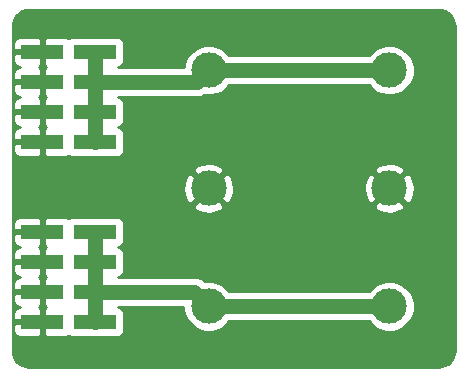
<source format=gbl>
%TF.GenerationSoftware,KiCad,Pcbnew,(5.1.8-0-10_14)*%
%TF.CreationDate,2021-06-26T19:18:40+01:00*%
%TF.ProjectId,breadboard-power-distrib,62726561-6462-46f6-9172-642d706f7765,v01*%
%TF.SameCoordinates,Original*%
%TF.FileFunction,Copper,L2,Bot*%
%TF.FilePolarity,Positive*%
%FSLAX46Y46*%
G04 Gerber Fmt 4.6, Leading zero omitted, Abs format (unit mm)*
G04 Created by KiCad (PCBNEW (5.1.8-0-10_14)) date 2021-06-26 19:18:40*
%MOMM*%
%LPD*%
G01*
G04 APERTURE LIST*
%TA.AperFunction,ComponentPad*%
%ADD10C,3.000000*%
%TD*%
%TA.AperFunction,SMDPad,CuDef*%
%ADD11R,3.680000X1.280000*%
%TD*%
%TA.AperFunction,Conductor*%
%ADD12C,1.270000*%
%TD*%
%TA.AperFunction,Conductor*%
%ADD13C,0.254000*%
%TD*%
%TA.AperFunction,Conductor*%
%ADD14C,0.100000*%
%TD*%
G04 APERTURE END LIST*
D10*
%TO.P,J3,1*%
%TO.N,Net-(J1-Pad5)*%
X97250000Y-62500000D03*
X112550000Y-62500000D03*
%TD*%
%TO.P,J4,1*%
%TO.N,Net-(J1-Pad1)*%
X97250000Y-72500000D03*
X112550000Y-72500000D03*
%TD*%
%TO.P,J5,1*%
%TO.N,Net-(J2-Pad5)*%
X97250000Y-82500000D03*
X112550000Y-82500000D03*
%TD*%
D11*
%TO.P,J1,1*%
%TO.N,Net-(J1-Pad1)*%
X83185000Y-60960000D03*
%TO.P,J1,2*%
X83185000Y-63500000D03*
%TO.P,J1,3*%
X83185000Y-66040000D03*
%TO.P,J1,4*%
X83185000Y-68580000D03*
%TO.P,J1,5*%
%TO.N,Net-(J1-Pad5)*%
X87625000Y-60960000D03*
%TO.P,J1,6*%
X87625000Y-63500000D03*
%TO.P,J1,7*%
X87625000Y-66040000D03*
%TO.P,J1,8*%
X87625000Y-68580000D03*
%TD*%
%TO.P,J2,8*%
%TO.N,Net-(J2-Pad5)*%
X87625000Y-83820000D03*
%TO.P,J2,7*%
X87625000Y-81280000D03*
%TO.P,J2,6*%
X87625000Y-78740000D03*
%TO.P,J2,5*%
X87625000Y-76200000D03*
%TO.P,J2,4*%
%TO.N,Net-(J1-Pad1)*%
X83185000Y-83820000D03*
%TO.P,J2,3*%
X83185000Y-81280000D03*
%TO.P,J2,2*%
X83185000Y-78740000D03*
%TO.P,J2,1*%
X83185000Y-76200000D03*
%TD*%
D12*
%TO.N,Net-(J1-Pad5)*%
X112550000Y-62500000D02*
X97250000Y-62500000D01*
X87625000Y-60960000D02*
X87625000Y-68580000D01*
X96250000Y-63500000D02*
X97250000Y-62500000D01*
X87625000Y-63500000D02*
X96250000Y-63500000D01*
%TO.N,Net-(J2-Pad5)*%
X87625000Y-83820000D02*
X87625000Y-76200000D01*
X112550000Y-82500000D02*
X97250000Y-82500000D01*
X96030000Y-81280000D02*
X97250000Y-82500000D01*
X87625000Y-81280000D02*
X96030000Y-81280000D01*
%TD*%
D13*
%TO.N,Net-(J1-Pad1)*%
X117009659Y-57438625D02*
X117259429Y-57514035D01*
X117489792Y-57636522D01*
X117691980Y-57801422D01*
X117858286Y-58002450D01*
X117982378Y-58231954D01*
X118059531Y-58481195D01*
X118090000Y-58771089D01*
X118090001Y-86217711D01*
X118061375Y-86509660D01*
X117985965Y-86759429D01*
X117863477Y-86989794D01*
X117698579Y-87191979D01*
X117497546Y-87358288D01*
X117268046Y-87482378D01*
X117018805Y-87559531D01*
X116728911Y-87590000D01*
X82032279Y-87590000D01*
X81740340Y-87561375D01*
X81490571Y-87485965D01*
X81260206Y-87363477D01*
X81058021Y-87198579D01*
X80891712Y-86997546D01*
X80767622Y-86768046D01*
X80690469Y-86518805D01*
X80660000Y-86228911D01*
X80660000Y-84460000D01*
X80706928Y-84460000D01*
X80719188Y-84584482D01*
X80755498Y-84704180D01*
X80814463Y-84814494D01*
X80893815Y-84911185D01*
X80990506Y-84990537D01*
X81100820Y-85049502D01*
X81220518Y-85085812D01*
X81345000Y-85098072D01*
X82899250Y-85095000D01*
X83058000Y-84936250D01*
X83058000Y-83947000D01*
X80868750Y-83947000D01*
X80710000Y-84105750D01*
X80706928Y-84460000D01*
X80660000Y-84460000D01*
X80660000Y-81920000D01*
X80706928Y-81920000D01*
X80719188Y-82044482D01*
X80755498Y-82164180D01*
X80814463Y-82274494D01*
X80893815Y-82371185D01*
X80990506Y-82450537D01*
X81100820Y-82509502D01*
X81220518Y-82545812D01*
X81263041Y-82550000D01*
X81220518Y-82554188D01*
X81100820Y-82590498D01*
X80990506Y-82649463D01*
X80893815Y-82728815D01*
X80814463Y-82825506D01*
X80755498Y-82935820D01*
X80719188Y-83055518D01*
X80706928Y-83180000D01*
X80710000Y-83534250D01*
X80868750Y-83693000D01*
X83058000Y-83693000D01*
X83058000Y-82703750D01*
X82904250Y-82550000D01*
X83058000Y-82396250D01*
X83058000Y-81407000D01*
X80868750Y-81407000D01*
X80710000Y-81565750D01*
X80706928Y-81920000D01*
X80660000Y-81920000D01*
X80660000Y-79380000D01*
X80706928Y-79380000D01*
X80719188Y-79504482D01*
X80755498Y-79624180D01*
X80814463Y-79734494D01*
X80893815Y-79831185D01*
X80990506Y-79910537D01*
X81100820Y-79969502D01*
X81220518Y-80005812D01*
X81263041Y-80010000D01*
X81220518Y-80014188D01*
X81100820Y-80050498D01*
X80990506Y-80109463D01*
X80893815Y-80188815D01*
X80814463Y-80285506D01*
X80755498Y-80395820D01*
X80719188Y-80515518D01*
X80706928Y-80640000D01*
X80710000Y-80994250D01*
X80868750Y-81153000D01*
X83058000Y-81153000D01*
X83058000Y-80163750D01*
X82904250Y-80010000D01*
X83058000Y-79856250D01*
X83058000Y-78867000D01*
X80868750Y-78867000D01*
X80710000Y-79025750D01*
X80706928Y-79380000D01*
X80660000Y-79380000D01*
X80660000Y-76840000D01*
X80706928Y-76840000D01*
X80719188Y-76964482D01*
X80755498Y-77084180D01*
X80814463Y-77194494D01*
X80893815Y-77291185D01*
X80990506Y-77370537D01*
X81100820Y-77429502D01*
X81220518Y-77465812D01*
X81263041Y-77470000D01*
X81220518Y-77474188D01*
X81100820Y-77510498D01*
X80990506Y-77569463D01*
X80893815Y-77648815D01*
X80814463Y-77745506D01*
X80755498Y-77855820D01*
X80719188Y-77975518D01*
X80706928Y-78100000D01*
X80710000Y-78454250D01*
X80868750Y-78613000D01*
X83058000Y-78613000D01*
X83058000Y-77623750D01*
X82904250Y-77470000D01*
X83058000Y-77316250D01*
X83058000Y-76327000D01*
X80868750Y-76327000D01*
X80710000Y-76485750D01*
X80706928Y-76840000D01*
X80660000Y-76840000D01*
X80660000Y-75560000D01*
X80706928Y-75560000D01*
X80710000Y-75914250D01*
X80868750Y-76073000D01*
X83058000Y-76073000D01*
X83058000Y-75083750D01*
X83312000Y-75083750D01*
X83312000Y-76073000D01*
X83332000Y-76073000D01*
X83332000Y-76327000D01*
X83312000Y-76327000D01*
X83312000Y-77316250D01*
X83465750Y-77470000D01*
X83312000Y-77623750D01*
X83312000Y-78613000D01*
X83332000Y-78613000D01*
X83332000Y-78867000D01*
X83312000Y-78867000D01*
X83312000Y-79856250D01*
X83465750Y-80010000D01*
X83312000Y-80163750D01*
X83312000Y-81153000D01*
X83332000Y-81153000D01*
X83332000Y-81407000D01*
X83312000Y-81407000D01*
X83312000Y-82396250D01*
X83465750Y-82550000D01*
X83312000Y-82703750D01*
X83312000Y-83693000D01*
X83332000Y-83693000D01*
X83332000Y-83947000D01*
X83312000Y-83947000D01*
X83312000Y-84936250D01*
X83470750Y-85095000D01*
X85025000Y-85098072D01*
X85149482Y-85085812D01*
X85269180Y-85049502D01*
X85379494Y-84990537D01*
X85405000Y-84969605D01*
X85430506Y-84990537D01*
X85540820Y-85049502D01*
X85660518Y-85085812D01*
X85785000Y-85098072D01*
X89465000Y-85098072D01*
X89589482Y-85085812D01*
X89709180Y-85049502D01*
X89819494Y-84990537D01*
X89916185Y-84911185D01*
X89995537Y-84814494D01*
X90054502Y-84704180D01*
X90090812Y-84584482D01*
X90103072Y-84460000D01*
X90103072Y-83180000D01*
X90090812Y-83055518D01*
X90054502Y-82935820D01*
X89995537Y-82825506D01*
X89916185Y-82728815D01*
X89819494Y-82649463D01*
X89709180Y-82590498D01*
X89589482Y-82554188D01*
X89546959Y-82550000D01*
X95115000Y-82550000D01*
X95115000Y-82710279D01*
X95197047Y-83122756D01*
X95357988Y-83511302D01*
X95591637Y-83860983D01*
X95889017Y-84158363D01*
X96238698Y-84392012D01*
X96627244Y-84552953D01*
X97039721Y-84635000D01*
X97460279Y-84635000D01*
X97872756Y-84552953D01*
X98261302Y-84392012D01*
X98610983Y-84158363D01*
X98908363Y-83860983D01*
X98969156Y-83770000D01*
X110830844Y-83770000D01*
X110891637Y-83860983D01*
X111189017Y-84158363D01*
X111538698Y-84392012D01*
X111927244Y-84552953D01*
X112339721Y-84635000D01*
X112760279Y-84635000D01*
X113172756Y-84552953D01*
X113561302Y-84392012D01*
X113910983Y-84158363D01*
X114208363Y-83860983D01*
X114442012Y-83511302D01*
X114602953Y-83122756D01*
X114685000Y-82710279D01*
X114685000Y-82289721D01*
X114602953Y-81877244D01*
X114442012Y-81488698D01*
X114208363Y-81139017D01*
X113910983Y-80841637D01*
X113561302Y-80607988D01*
X113172756Y-80447047D01*
X112760279Y-80365000D01*
X112339721Y-80365000D01*
X111927244Y-80447047D01*
X111538698Y-80607988D01*
X111189017Y-80841637D01*
X110891637Y-81139017D01*
X110830844Y-81230000D01*
X98969156Y-81230000D01*
X98908363Y-81139017D01*
X98610983Y-80841637D01*
X98261302Y-80607988D01*
X97872756Y-80447047D01*
X97460279Y-80365000D01*
X97039721Y-80365000D01*
X96938525Y-80385129D01*
X96932370Y-80377630D01*
X96738988Y-80218925D01*
X96518359Y-80100997D01*
X96278963Y-80028377D01*
X96092380Y-80010000D01*
X96092373Y-80010000D01*
X96030000Y-80003857D01*
X95967627Y-80010000D01*
X89546959Y-80010000D01*
X89589482Y-80005812D01*
X89709180Y-79969502D01*
X89819494Y-79910537D01*
X89916185Y-79831185D01*
X89995537Y-79734494D01*
X90054502Y-79624180D01*
X90090812Y-79504482D01*
X90103072Y-79380000D01*
X90103072Y-78100000D01*
X90090812Y-77975518D01*
X90054502Y-77855820D01*
X89995537Y-77745506D01*
X89916185Y-77648815D01*
X89819494Y-77569463D01*
X89709180Y-77510498D01*
X89589482Y-77474188D01*
X89546959Y-77470000D01*
X89589482Y-77465812D01*
X89709180Y-77429502D01*
X89819494Y-77370537D01*
X89916185Y-77291185D01*
X89995537Y-77194494D01*
X90054502Y-77084180D01*
X90090812Y-76964482D01*
X90103072Y-76840000D01*
X90103072Y-75560000D01*
X90090812Y-75435518D01*
X90054502Y-75315820D01*
X89995537Y-75205506D01*
X89916185Y-75108815D01*
X89819494Y-75029463D01*
X89709180Y-74970498D01*
X89589482Y-74934188D01*
X89465000Y-74921928D01*
X85785000Y-74921928D01*
X85660518Y-74934188D01*
X85540820Y-74970498D01*
X85430506Y-75029463D01*
X85405000Y-75050395D01*
X85379494Y-75029463D01*
X85269180Y-74970498D01*
X85149482Y-74934188D01*
X85025000Y-74921928D01*
X83470750Y-74925000D01*
X83312000Y-75083750D01*
X83058000Y-75083750D01*
X82899250Y-74925000D01*
X81345000Y-74921928D01*
X81220518Y-74934188D01*
X81100820Y-74970498D01*
X80990506Y-75029463D01*
X80893815Y-75108815D01*
X80814463Y-75205506D01*
X80755498Y-75315820D01*
X80719188Y-75435518D01*
X80706928Y-75560000D01*
X80660000Y-75560000D01*
X80660000Y-73991653D01*
X95937952Y-73991653D01*
X96093962Y-74307214D01*
X96468745Y-74498020D01*
X96873551Y-74612044D01*
X97292824Y-74644902D01*
X97710451Y-74595334D01*
X98110383Y-74465243D01*
X98406038Y-74307214D01*
X98562048Y-73991653D01*
X111237952Y-73991653D01*
X111393962Y-74307214D01*
X111768745Y-74498020D01*
X112173551Y-74612044D01*
X112592824Y-74644902D01*
X113010451Y-74595334D01*
X113410383Y-74465243D01*
X113706038Y-74307214D01*
X113862048Y-73991653D01*
X112550000Y-72679605D01*
X111237952Y-73991653D01*
X98562048Y-73991653D01*
X97250000Y-72679605D01*
X95937952Y-73991653D01*
X80660000Y-73991653D01*
X80660000Y-72542824D01*
X95105098Y-72542824D01*
X95154666Y-72960451D01*
X95284757Y-73360383D01*
X95442786Y-73656038D01*
X95758347Y-73812048D01*
X97070395Y-72500000D01*
X97429605Y-72500000D01*
X98741653Y-73812048D01*
X99057214Y-73656038D01*
X99248020Y-73281255D01*
X99362044Y-72876449D01*
X99388189Y-72542824D01*
X110405098Y-72542824D01*
X110454666Y-72960451D01*
X110584757Y-73360383D01*
X110742786Y-73656038D01*
X111058347Y-73812048D01*
X112370395Y-72500000D01*
X112729605Y-72500000D01*
X114041653Y-73812048D01*
X114357214Y-73656038D01*
X114548020Y-73281255D01*
X114662044Y-72876449D01*
X114694902Y-72457176D01*
X114645334Y-72039549D01*
X114515243Y-71639617D01*
X114357214Y-71343962D01*
X114041653Y-71187952D01*
X112729605Y-72500000D01*
X112370395Y-72500000D01*
X111058347Y-71187952D01*
X110742786Y-71343962D01*
X110551980Y-71718745D01*
X110437956Y-72123551D01*
X110405098Y-72542824D01*
X99388189Y-72542824D01*
X99394902Y-72457176D01*
X99345334Y-72039549D01*
X99215243Y-71639617D01*
X99057214Y-71343962D01*
X98741653Y-71187952D01*
X97429605Y-72500000D01*
X97070395Y-72500000D01*
X95758347Y-71187952D01*
X95442786Y-71343962D01*
X95251980Y-71718745D01*
X95137956Y-72123551D01*
X95105098Y-72542824D01*
X80660000Y-72542824D01*
X80660000Y-71008347D01*
X95937952Y-71008347D01*
X97250000Y-72320395D01*
X98562048Y-71008347D01*
X111237952Y-71008347D01*
X112550000Y-72320395D01*
X113862048Y-71008347D01*
X113706038Y-70692786D01*
X113331255Y-70501980D01*
X112926449Y-70387956D01*
X112507176Y-70355098D01*
X112089549Y-70404666D01*
X111689617Y-70534757D01*
X111393962Y-70692786D01*
X111237952Y-71008347D01*
X98562048Y-71008347D01*
X98406038Y-70692786D01*
X98031255Y-70501980D01*
X97626449Y-70387956D01*
X97207176Y-70355098D01*
X96789549Y-70404666D01*
X96389617Y-70534757D01*
X96093962Y-70692786D01*
X95937952Y-71008347D01*
X80660000Y-71008347D01*
X80660000Y-69220000D01*
X80706928Y-69220000D01*
X80719188Y-69344482D01*
X80755498Y-69464180D01*
X80814463Y-69574494D01*
X80893815Y-69671185D01*
X80990506Y-69750537D01*
X81100820Y-69809502D01*
X81220518Y-69845812D01*
X81345000Y-69858072D01*
X82899250Y-69855000D01*
X83058000Y-69696250D01*
X83058000Y-68707000D01*
X80868750Y-68707000D01*
X80710000Y-68865750D01*
X80706928Y-69220000D01*
X80660000Y-69220000D01*
X80660000Y-66680000D01*
X80706928Y-66680000D01*
X80719188Y-66804482D01*
X80755498Y-66924180D01*
X80814463Y-67034494D01*
X80893815Y-67131185D01*
X80990506Y-67210537D01*
X81100820Y-67269502D01*
X81220518Y-67305812D01*
X81263041Y-67310000D01*
X81220518Y-67314188D01*
X81100820Y-67350498D01*
X80990506Y-67409463D01*
X80893815Y-67488815D01*
X80814463Y-67585506D01*
X80755498Y-67695820D01*
X80719188Y-67815518D01*
X80706928Y-67940000D01*
X80710000Y-68294250D01*
X80868750Y-68453000D01*
X83058000Y-68453000D01*
X83058000Y-67463750D01*
X82904250Y-67310000D01*
X83058000Y-67156250D01*
X83058000Y-66167000D01*
X80868750Y-66167000D01*
X80710000Y-66325750D01*
X80706928Y-66680000D01*
X80660000Y-66680000D01*
X80660000Y-64140000D01*
X80706928Y-64140000D01*
X80719188Y-64264482D01*
X80755498Y-64384180D01*
X80814463Y-64494494D01*
X80893815Y-64591185D01*
X80990506Y-64670537D01*
X81100820Y-64729502D01*
X81220518Y-64765812D01*
X81263041Y-64770000D01*
X81220518Y-64774188D01*
X81100820Y-64810498D01*
X80990506Y-64869463D01*
X80893815Y-64948815D01*
X80814463Y-65045506D01*
X80755498Y-65155820D01*
X80719188Y-65275518D01*
X80706928Y-65400000D01*
X80710000Y-65754250D01*
X80868750Y-65913000D01*
X83058000Y-65913000D01*
X83058000Y-64923750D01*
X82904250Y-64770000D01*
X83058000Y-64616250D01*
X83058000Y-63627000D01*
X80868750Y-63627000D01*
X80710000Y-63785750D01*
X80706928Y-64140000D01*
X80660000Y-64140000D01*
X80660000Y-61600000D01*
X80706928Y-61600000D01*
X80719188Y-61724482D01*
X80755498Y-61844180D01*
X80814463Y-61954494D01*
X80893815Y-62051185D01*
X80990506Y-62130537D01*
X81100820Y-62189502D01*
X81220518Y-62225812D01*
X81263041Y-62230000D01*
X81220518Y-62234188D01*
X81100820Y-62270498D01*
X80990506Y-62329463D01*
X80893815Y-62408815D01*
X80814463Y-62505506D01*
X80755498Y-62615820D01*
X80719188Y-62735518D01*
X80706928Y-62860000D01*
X80710000Y-63214250D01*
X80868750Y-63373000D01*
X83058000Y-63373000D01*
X83058000Y-62383750D01*
X82904250Y-62230000D01*
X83058000Y-62076250D01*
X83058000Y-61087000D01*
X80868750Y-61087000D01*
X80710000Y-61245750D01*
X80706928Y-61600000D01*
X80660000Y-61600000D01*
X80660000Y-60320000D01*
X80706928Y-60320000D01*
X80710000Y-60674250D01*
X80868750Y-60833000D01*
X83058000Y-60833000D01*
X83058000Y-59843750D01*
X83312000Y-59843750D01*
X83312000Y-60833000D01*
X83332000Y-60833000D01*
X83332000Y-61087000D01*
X83312000Y-61087000D01*
X83312000Y-62076250D01*
X83465750Y-62230000D01*
X83312000Y-62383750D01*
X83312000Y-63373000D01*
X83332000Y-63373000D01*
X83332000Y-63627000D01*
X83312000Y-63627000D01*
X83312000Y-64616250D01*
X83465750Y-64770000D01*
X83312000Y-64923750D01*
X83312000Y-65913000D01*
X83332000Y-65913000D01*
X83332000Y-66167000D01*
X83312000Y-66167000D01*
X83312000Y-67156250D01*
X83465750Y-67310000D01*
X83312000Y-67463750D01*
X83312000Y-68453000D01*
X83332000Y-68453000D01*
X83332000Y-68707000D01*
X83312000Y-68707000D01*
X83312000Y-69696250D01*
X83470750Y-69855000D01*
X85025000Y-69858072D01*
X85149482Y-69845812D01*
X85269180Y-69809502D01*
X85379494Y-69750537D01*
X85405000Y-69729605D01*
X85430506Y-69750537D01*
X85540820Y-69809502D01*
X85660518Y-69845812D01*
X85785000Y-69858072D01*
X89465000Y-69858072D01*
X89589482Y-69845812D01*
X89709180Y-69809502D01*
X89819494Y-69750537D01*
X89916185Y-69671185D01*
X89995537Y-69574494D01*
X90054502Y-69464180D01*
X90090812Y-69344482D01*
X90103072Y-69220000D01*
X90103072Y-67940000D01*
X90090812Y-67815518D01*
X90054502Y-67695820D01*
X89995537Y-67585506D01*
X89916185Y-67488815D01*
X89819494Y-67409463D01*
X89709180Y-67350498D01*
X89589482Y-67314188D01*
X89546959Y-67310000D01*
X89589482Y-67305812D01*
X89709180Y-67269502D01*
X89819494Y-67210537D01*
X89916185Y-67131185D01*
X89995537Y-67034494D01*
X90054502Y-66924180D01*
X90090812Y-66804482D01*
X90103072Y-66680000D01*
X90103072Y-65400000D01*
X90090812Y-65275518D01*
X90054502Y-65155820D01*
X89995537Y-65045506D01*
X89916185Y-64948815D01*
X89819494Y-64869463D01*
X89709180Y-64810498D01*
X89589482Y-64774188D01*
X89546959Y-64770000D01*
X96187627Y-64770000D01*
X96250000Y-64776143D01*
X96312373Y-64770000D01*
X96312380Y-64770000D01*
X96498963Y-64751623D01*
X96738359Y-64679003D01*
X96880089Y-64603247D01*
X97039721Y-64635000D01*
X97460279Y-64635000D01*
X97872756Y-64552953D01*
X98261302Y-64392012D01*
X98610983Y-64158363D01*
X98908363Y-63860983D01*
X98969156Y-63770000D01*
X110830844Y-63770000D01*
X110891637Y-63860983D01*
X111189017Y-64158363D01*
X111538698Y-64392012D01*
X111927244Y-64552953D01*
X112339721Y-64635000D01*
X112760279Y-64635000D01*
X113172756Y-64552953D01*
X113561302Y-64392012D01*
X113910983Y-64158363D01*
X114208363Y-63860983D01*
X114442012Y-63511302D01*
X114602953Y-63122756D01*
X114685000Y-62710279D01*
X114685000Y-62289721D01*
X114602953Y-61877244D01*
X114442012Y-61488698D01*
X114208363Y-61139017D01*
X113910983Y-60841637D01*
X113561302Y-60607988D01*
X113172756Y-60447047D01*
X112760279Y-60365000D01*
X112339721Y-60365000D01*
X111927244Y-60447047D01*
X111538698Y-60607988D01*
X111189017Y-60841637D01*
X110891637Y-61139017D01*
X110830844Y-61230000D01*
X98969156Y-61230000D01*
X98908363Y-61139017D01*
X98610983Y-60841637D01*
X98261302Y-60607988D01*
X97872756Y-60447047D01*
X97460279Y-60365000D01*
X97039721Y-60365000D01*
X96627244Y-60447047D01*
X96238698Y-60607988D01*
X95889017Y-60841637D01*
X95591637Y-61139017D01*
X95357988Y-61488698D01*
X95197047Y-61877244D01*
X95126879Y-62230000D01*
X89546959Y-62230000D01*
X89589482Y-62225812D01*
X89709180Y-62189502D01*
X89819494Y-62130537D01*
X89916185Y-62051185D01*
X89995537Y-61954494D01*
X90054502Y-61844180D01*
X90090812Y-61724482D01*
X90103072Y-61600000D01*
X90103072Y-60320000D01*
X90090812Y-60195518D01*
X90054502Y-60075820D01*
X89995537Y-59965506D01*
X89916185Y-59868815D01*
X89819494Y-59789463D01*
X89709180Y-59730498D01*
X89589482Y-59694188D01*
X89465000Y-59681928D01*
X85785000Y-59681928D01*
X85660518Y-59694188D01*
X85540820Y-59730498D01*
X85430506Y-59789463D01*
X85405000Y-59810395D01*
X85379494Y-59789463D01*
X85269180Y-59730498D01*
X85149482Y-59694188D01*
X85025000Y-59681928D01*
X83470750Y-59685000D01*
X83312000Y-59843750D01*
X83058000Y-59843750D01*
X82899250Y-59685000D01*
X81345000Y-59681928D01*
X81220518Y-59694188D01*
X81100820Y-59730498D01*
X80990506Y-59789463D01*
X80893815Y-59868815D01*
X80814463Y-59965506D01*
X80755498Y-60075820D01*
X80719188Y-60195518D01*
X80706928Y-60320000D01*
X80660000Y-60320000D01*
X80660000Y-58782279D01*
X80688625Y-58490341D01*
X80764035Y-58240571D01*
X80886522Y-58010208D01*
X81051422Y-57808020D01*
X81252450Y-57641714D01*
X81481954Y-57517622D01*
X81731195Y-57440469D01*
X82021088Y-57410000D01*
X116717721Y-57410000D01*
X117009659Y-57438625D01*
%TA.AperFunction,Conductor*%
D14*
G36*
X117009659Y-57438625D02*
G01*
X117259429Y-57514035D01*
X117489792Y-57636522D01*
X117691980Y-57801422D01*
X117858286Y-58002450D01*
X117982378Y-58231954D01*
X118059531Y-58481195D01*
X118090000Y-58771089D01*
X118090001Y-86217711D01*
X118061375Y-86509660D01*
X117985965Y-86759429D01*
X117863477Y-86989794D01*
X117698579Y-87191979D01*
X117497546Y-87358288D01*
X117268046Y-87482378D01*
X117018805Y-87559531D01*
X116728911Y-87590000D01*
X82032279Y-87590000D01*
X81740340Y-87561375D01*
X81490571Y-87485965D01*
X81260206Y-87363477D01*
X81058021Y-87198579D01*
X80891712Y-86997546D01*
X80767622Y-86768046D01*
X80690469Y-86518805D01*
X80660000Y-86228911D01*
X80660000Y-84460000D01*
X80706928Y-84460000D01*
X80719188Y-84584482D01*
X80755498Y-84704180D01*
X80814463Y-84814494D01*
X80893815Y-84911185D01*
X80990506Y-84990537D01*
X81100820Y-85049502D01*
X81220518Y-85085812D01*
X81345000Y-85098072D01*
X82899250Y-85095000D01*
X83058000Y-84936250D01*
X83058000Y-83947000D01*
X80868750Y-83947000D01*
X80710000Y-84105750D01*
X80706928Y-84460000D01*
X80660000Y-84460000D01*
X80660000Y-81920000D01*
X80706928Y-81920000D01*
X80719188Y-82044482D01*
X80755498Y-82164180D01*
X80814463Y-82274494D01*
X80893815Y-82371185D01*
X80990506Y-82450537D01*
X81100820Y-82509502D01*
X81220518Y-82545812D01*
X81263041Y-82550000D01*
X81220518Y-82554188D01*
X81100820Y-82590498D01*
X80990506Y-82649463D01*
X80893815Y-82728815D01*
X80814463Y-82825506D01*
X80755498Y-82935820D01*
X80719188Y-83055518D01*
X80706928Y-83180000D01*
X80710000Y-83534250D01*
X80868750Y-83693000D01*
X83058000Y-83693000D01*
X83058000Y-82703750D01*
X82904250Y-82550000D01*
X83058000Y-82396250D01*
X83058000Y-81407000D01*
X80868750Y-81407000D01*
X80710000Y-81565750D01*
X80706928Y-81920000D01*
X80660000Y-81920000D01*
X80660000Y-79380000D01*
X80706928Y-79380000D01*
X80719188Y-79504482D01*
X80755498Y-79624180D01*
X80814463Y-79734494D01*
X80893815Y-79831185D01*
X80990506Y-79910537D01*
X81100820Y-79969502D01*
X81220518Y-80005812D01*
X81263041Y-80010000D01*
X81220518Y-80014188D01*
X81100820Y-80050498D01*
X80990506Y-80109463D01*
X80893815Y-80188815D01*
X80814463Y-80285506D01*
X80755498Y-80395820D01*
X80719188Y-80515518D01*
X80706928Y-80640000D01*
X80710000Y-80994250D01*
X80868750Y-81153000D01*
X83058000Y-81153000D01*
X83058000Y-80163750D01*
X82904250Y-80010000D01*
X83058000Y-79856250D01*
X83058000Y-78867000D01*
X80868750Y-78867000D01*
X80710000Y-79025750D01*
X80706928Y-79380000D01*
X80660000Y-79380000D01*
X80660000Y-76840000D01*
X80706928Y-76840000D01*
X80719188Y-76964482D01*
X80755498Y-77084180D01*
X80814463Y-77194494D01*
X80893815Y-77291185D01*
X80990506Y-77370537D01*
X81100820Y-77429502D01*
X81220518Y-77465812D01*
X81263041Y-77470000D01*
X81220518Y-77474188D01*
X81100820Y-77510498D01*
X80990506Y-77569463D01*
X80893815Y-77648815D01*
X80814463Y-77745506D01*
X80755498Y-77855820D01*
X80719188Y-77975518D01*
X80706928Y-78100000D01*
X80710000Y-78454250D01*
X80868750Y-78613000D01*
X83058000Y-78613000D01*
X83058000Y-77623750D01*
X82904250Y-77470000D01*
X83058000Y-77316250D01*
X83058000Y-76327000D01*
X80868750Y-76327000D01*
X80710000Y-76485750D01*
X80706928Y-76840000D01*
X80660000Y-76840000D01*
X80660000Y-75560000D01*
X80706928Y-75560000D01*
X80710000Y-75914250D01*
X80868750Y-76073000D01*
X83058000Y-76073000D01*
X83058000Y-75083750D01*
X83312000Y-75083750D01*
X83312000Y-76073000D01*
X83332000Y-76073000D01*
X83332000Y-76327000D01*
X83312000Y-76327000D01*
X83312000Y-77316250D01*
X83465750Y-77470000D01*
X83312000Y-77623750D01*
X83312000Y-78613000D01*
X83332000Y-78613000D01*
X83332000Y-78867000D01*
X83312000Y-78867000D01*
X83312000Y-79856250D01*
X83465750Y-80010000D01*
X83312000Y-80163750D01*
X83312000Y-81153000D01*
X83332000Y-81153000D01*
X83332000Y-81407000D01*
X83312000Y-81407000D01*
X83312000Y-82396250D01*
X83465750Y-82550000D01*
X83312000Y-82703750D01*
X83312000Y-83693000D01*
X83332000Y-83693000D01*
X83332000Y-83947000D01*
X83312000Y-83947000D01*
X83312000Y-84936250D01*
X83470750Y-85095000D01*
X85025000Y-85098072D01*
X85149482Y-85085812D01*
X85269180Y-85049502D01*
X85379494Y-84990537D01*
X85405000Y-84969605D01*
X85430506Y-84990537D01*
X85540820Y-85049502D01*
X85660518Y-85085812D01*
X85785000Y-85098072D01*
X89465000Y-85098072D01*
X89589482Y-85085812D01*
X89709180Y-85049502D01*
X89819494Y-84990537D01*
X89916185Y-84911185D01*
X89995537Y-84814494D01*
X90054502Y-84704180D01*
X90090812Y-84584482D01*
X90103072Y-84460000D01*
X90103072Y-83180000D01*
X90090812Y-83055518D01*
X90054502Y-82935820D01*
X89995537Y-82825506D01*
X89916185Y-82728815D01*
X89819494Y-82649463D01*
X89709180Y-82590498D01*
X89589482Y-82554188D01*
X89546959Y-82550000D01*
X95115000Y-82550000D01*
X95115000Y-82710279D01*
X95197047Y-83122756D01*
X95357988Y-83511302D01*
X95591637Y-83860983D01*
X95889017Y-84158363D01*
X96238698Y-84392012D01*
X96627244Y-84552953D01*
X97039721Y-84635000D01*
X97460279Y-84635000D01*
X97872756Y-84552953D01*
X98261302Y-84392012D01*
X98610983Y-84158363D01*
X98908363Y-83860983D01*
X98969156Y-83770000D01*
X110830844Y-83770000D01*
X110891637Y-83860983D01*
X111189017Y-84158363D01*
X111538698Y-84392012D01*
X111927244Y-84552953D01*
X112339721Y-84635000D01*
X112760279Y-84635000D01*
X113172756Y-84552953D01*
X113561302Y-84392012D01*
X113910983Y-84158363D01*
X114208363Y-83860983D01*
X114442012Y-83511302D01*
X114602953Y-83122756D01*
X114685000Y-82710279D01*
X114685000Y-82289721D01*
X114602953Y-81877244D01*
X114442012Y-81488698D01*
X114208363Y-81139017D01*
X113910983Y-80841637D01*
X113561302Y-80607988D01*
X113172756Y-80447047D01*
X112760279Y-80365000D01*
X112339721Y-80365000D01*
X111927244Y-80447047D01*
X111538698Y-80607988D01*
X111189017Y-80841637D01*
X110891637Y-81139017D01*
X110830844Y-81230000D01*
X98969156Y-81230000D01*
X98908363Y-81139017D01*
X98610983Y-80841637D01*
X98261302Y-80607988D01*
X97872756Y-80447047D01*
X97460279Y-80365000D01*
X97039721Y-80365000D01*
X96938525Y-80385129D01*
X96932370Y-80377630D01*
X96738988Y-80218925D01*
X96518359Y-80100997D01*
X96278963Y-80028377D01*
X96092380Y-80010000D01*
X96092373Y-80010000D01*
X96030000Y-80003857D01*
X95967627Y-80010000D01*
X89546959Y-80010000D01*
X89589482Y-80005812D01*
X89709180Y-79969502D01*
X89819494Y-79910537D01*
X89916185Y-79831185D01*
X89995537Y-79734494D01*
X90054502Y-79624180D01*
X90090812Y-79504482D01*
X90103072Y-79380000D01*
X90103072Y-78100000D01*
X90090812Y-77975518D01*
X90054502Y-77855820D01*
X89995537Y-77745506D01*
X89916185Y-77648815D01*
X89819494Y-77569463D01*
X89709180Y-77510498D01*
X89589482Y-77474188D01*
X89546959Y-77470000D01*
X89589482Y-77465812D01*
X89709180Y-77429502D01*
X89819494Y-77370537D01*
X89916185Y-77291185D01*
X89995537Y-77194494D01*
X90054502Y-77084180D01*
X90090812Y-76964482D01*
X90103072Y-76840000D01*
X90103072Y-75560000D01*
X90090812Y-75435518D01*
X90054502Y-75315820D01*
X89995537Y-75205506D01*
X89916185Y-75108815D01*
X89819494Y-75029463D01*
X89709180Y-74970498D01*
X89589482Y-74934188D01*
X89465000Y-74921928D01*
X85785000Y-74921928D01*
X85660518Y-74934188D01*
X85540820Y-74970498D01*
X85430506Y-75029463D01*
X85405000Y-75050395D01*
X85379494Y-75029463D01*
X85269180Y-74970498D01*
X85149482Y-74934188D01*
X85025000Y-74921928D01*
X83470750Y-74925000D01*
X83312000Y-75083750D01*
X83058000Y-75083750D01*
X82899250Y-74925000D01*
X81345000Y-74921928D01*
X81220518Y-74934188D01*
X81100820Y-74970498D01*
X80990506Y-75029463D01*
X80893815Y-75108815D01*
X80814463Y-75205506D01*
X80755498Y-75315820D01*
X80719188Y-75435518D01*
X80706928Y-75560000D01*
X80660000Y-75560000D01*
X80660000Y-73991653D01*
X95937952Y-73991653D01*
X96093962Y-74307214D01*
X96468745Y-74498020D01*
X96873551Y-74612044D01*
X97292824Y-74644902D01*
X97710451Y-74595334D01*
X98110383Y-74465243D01*
X98406038Y-74307214D01*
X98562048Y-73991653D01*
X111237952Y-73991653D01*
X111393962Y-74307214D01*
X111768745Y-74498020D01*
X112173551Y-74612044D01*
X112592824Y-74644902D01*
X113010451Y-74595334D01*
X113410383Y-74465243D01*
X113706038Y-74307214D01*
X113862048Y-73991653D01*
X112550000Y-72679605D01*
X111237952Y-73991653D01*
X98562048Y-73991653D01*
X97250000Y-72679605D01*
X95937952Y-73991653D01*
X80660000Y-73991653D01*
X80660000Y-72542824D01*
X95105098Y-72542824D01*
X95154666Y-72960451D01*
X95284757Y-73360383D01*
X95442786Y-73656038D01*
X95758347Y-73812048D01*
X97070395Y-72500000D01*
X97429605Y-72500000D01*
X98741653Y-73812048D01*
X99057214Y-73656038D01*
X99248020Y-73281255D01*
X99362044Y-72876449D01*
X99388189Y-72542824D01*
X110405098Y-72542824D01*
X110454666Y-72960451D01*
X110584757Y-73360383D01*
X110742786Y-73656038D01*
X111058347Y-73812048D01*
X112370395Y-72500000D01*
X112729605Y-72500000D01*
X114041653Y-73812048D01*
X114357214Y-73656038D01*
X114548020Y-73281255D01*
X114662044Y-72876449D01*
X114694902Y-72457176D01*
X114645334Y-72039549D01*
X114515243Y-71639617D01*
X114357214Y-71343962D01*
X114041653Y-71187952D01*
X112729605Y-72500000D01*
X112370395Y-72500000D01*
X111058347Y-71187952D01*
X110742786Y-71343962D01*
X110551980Y-71718745D01*
X110437956Y-72123551D01*
X110405098Y-72542824D01*
X99388189Y-72542824D01*
X99394902Y-72457176D01*
X99345334Y-72039549D01*
X99215243Y-71639617D01*
X99057214Y-71343962D01*
X98741653Y-71187952D01*
X97429605Y-72500000D01*
X97070395Y-72500000D01*
X95758347Y-71187952D01*
X95442786Y-71343962D01*
X95251980Y-71718745D01*
X95137956Y-72123551D01*
X95105098Y-72542824D01*
X80660000Y-72542824D01*
X80660000Y-71008347D01*
X95937952Y-71008347D01*
X97250000Y-72320395D01*
X98562048Y-71008347D01*
X111237952Y-71008347D01*
X112550000Y-72320395D01*
X113862048Y-71008347D01*
X113706038Y-70692786D01*
X113331255Y-70501980D01*
X112926449Y-70387956D01*
X112507176Y-70355098D01*
X112089549Y-70404666D01*
X111689617Y-70534757D01*
X111393962Y-70692786D01*
X111237952Y-71008347D01*
X98562048Y-71008347D01*
X98406038Y-70692786D01*
X98031255Y-70501980D01*
X97626449Y-70387956D01*
X97207176Y-70355098D01*
X96789549Y-70404666D01*
X96389617Y-70534757D01*
X96093962Y-70692786D01*
X95937952Y-71008347D01*
X80660000Y-71008347D01*
X80660000Y-69220000D01*
X80706928Y-69220000D01*
X80719188Y-69344482D01*
X80755498Y-69464180D01*
X80814463Y-69574494D01*
X80893815Y-69671185D01*
X80990506Y-69750537D01*
X81100820Y-69809502D01*
X81220518Y-69845812D01*
X81345000Y-69858072D01*
X82899250Y-69855000D01*
X83058000Y-69696250D01*
X83058000Y-68707000D01*
X80868750Y-68707000D01*
X80710000Y-68865750D01*
X80706928Y-69220000D01*
X80660000Y-69220000D01*
X80660000Y-66680000D01*
X80706928Y-66680000D01*
X80719188Y-66804482D01*
X80755498Y-66924180D01*
X80814463Y-67034494D01*
X80893815Y-67131185D01*
X80990506Y-67210537D01*
X81100820Y-67269502D01*
X81220518Y-67305812D01*
X81263041Y-67310000D01*
X81220518Y-67314188D01*
X81100820Y-67350498D01*
X80990506Y-67409463D01*
X80893815Y-67488815D01*
X80814463Y-67585506D01*
X80755498Y-67695820D01*
X80719188Y-67815518D01*
X80706928Y-67940000D01*
X80710000Y-68294250D01*
X80868750Y-68453000D01*
X83058000Y-68453000D01*
X83058000Y-67463750D01*
X82904250Y-67310000D01*
X83058000Y-67156250D01*
X83058000Y-66167000D01*
X80868750Y-66167000D01*
X80710000Y-66325750D01*
X80706928Y-66680000D01*
X80660000Y-66680000D01*
X80660000Y-64140000D01*
X80706928Y-64140000D01*
X80719188Y-64264482D01*
X80755498Y-64384180D01*
X80814463Y-64494494D01*
X80893815Y-64591185D01*
X80990506Y-64670537D01*
X81100820Y-64729502D01*
X81220518Y-64765812D01*
X81263041Y-64770000D01*
X81220518Y-64774188D01*
X81100820Y-64810498D01*
X80990506Y-64869463D01*
X80893815Y-64948815D01*
X80814463Y-65045506D01*
X80755498Y-65155820D01*
X80719188Y-65275518D01*
X80706928Y-65400000D01*
X80710000Y-65754250D01*
X80868750Y-65913000D01*
X83058000Y-65913000D01*
X83058000Y-64923750D01*
X82904250Y-64770000D01*
X83058000Y-64616250D01*
X83058000Y-63627000D01*
X80868750Y-63627000D01*
X80710000Y-63785750D01*
X80706928Y-64140000D01*
X80660000Y-64140000D01*
X80660000Y-61600000D01*
X80706928Y-61600000D01*
X80719188Y-61724482D01*
X80755498Y-61844180D01*
X80814463Y-61954494D01*
X80893815Y-62051185D01*
X80990506Y-62130537D01*
X81100820Y-62189502D01*
X81220518Y-62225812D01*
X81263041Y-62230000D01*
X81220518Y-62234188D01*
X81100820Y-62270498D01*
X80990506Y-62329463D01*
X80893815Y-62408815D01*
X80814463Y-62505506D01*
X80755498Y-62615820D01*
X80719188Y-62735518D01*
X80706928Y-62860000D01*
X80710000Y-63214250D01*
X80868750Y-63373000D01*
X83058000Y-63373000D01*
X83058000Y-62383750D01*
X82904250Y-62230000D01*
X83058000Y-62076250D01*
X83058000Y-61087000D01*
X80868750Y-61087000D01*
X80710000Y-61245750D01*
X80706928Y-61600000D01*
X80660000Y-61600000D01*
X80660000Y-60320000D01*
X80706928Y-60320000D01*
X80710000Y-60674250D01*
X80868750Y-60833000D01*
X83058000Y-60833000D01*
X83058000Y-59843750D01*
X83312000Y-59843750D01*
X83312000Y-60833000D01*
X83332000Y-60833000D01*
X83332000Y-61087000D01*
X83312000Y-61087000D01*
X83312000Y-62076250D01*
X83465750Y-62230000D01*
X83312000Y-62383750D01*
X83312000Y-63373000D01*
X83332000Y-63373000D01*
X83332000Y-63627000D01*
X83312000Y-63627000D01*
X83312000Y-64616250D01*
X83465750Y-64770000D01*
X83312000Y-64923750D01*
X83312000Y-65913000D01*
X83332000Y-65913000D01*
X83332000Y-66167000D01*
X83312000Y-66167000D01*
X83312000Y-67156250D01*
X83465750Y-67310000D01*
X83312000Y-67463750D01*
X83312000Y-68453000D01*
X83332000Y-68453000D01*
X83332000Y-68707000D01*
X83312000Y-68707000D01*
X83312000Y-69696250D01*
X83470750Y-69855000D01*
X85025000Y-69858072D01*
X85149482Y-69845812D01*
X85269180Y-69809502D01*
X85379494Y-69750537D01*
X85405000Y-69729605D01*
X85430506Y-69750537D01*
X85540820Y-69809502D01*
X85660518Y-69845812D01*
X85785000Y-69858072D01*
X89465000Y-69858072D01*
X89589482Y-69845812D01*
X89709180Y-69809502D01*
X89819494Y-69750537D01*
X89916185Y-69671185D01*
X89995537Y-69574494D01*
X90054502Y-69464180D01*
X90090812Y-69344482D01*
X90103072Y-69220000D01*
X90103072Y-67940000D01*
X90090812Y-67815518D01*
X90054502Y-67695820D01*
X89995537Y-67585506D01*
X89916185Y-67488815D01*
X89819494Y-67409463D01*
X89709180Y-67350498D01*
X89589482Y-67314188D01*
X89546959Y-67310000D01*
X89589482Y-67305812D01*
X89709180Y-67269502D01*
X89819494Y-67210537D01*
X89916185Y-67131185D01*
X89995537Y-67034494D01*
X90054502Y-66924180D01*
X90090812Y-66804482D01*
X90103072Y-66680000D01*
X90103072Y-65400000D01*
X90090812Y-65275518D01*
X90054502Y-65155820D01*
X89995537Y-65045506D01*
X89916185Y-64948815D01*
X89819494Y-64869463D01*
X89709180Y-64810498D01*
X89589482Y-64774188D01*
X89546959Y-64770000D01*
X96187627Y-64770000D01*
X96250000Y-64776143D01*
X96312373Y-64770000D01*
X96312380Y-64770000D01*
X96498963Y-64751623D01*
X96738359Y-64679003D01*
X96880089Y-64603247D01*
X97039721Y-64635000D01*
X97460279Y-64635000D01*
X97872756Y-64552953D01*
X98261302Y-64392012D01*
X98610983Y-64158363D01*
X98908363Y-63860983D01*
X98969156Y-63770000D01*
X110830844Y-63770000D01*
X110891637Y-63860983D01*
X111189017Y-64158363D01*
X111538698Y-64392012D01*
X111927244Y-64552953D01*
X112339721Y-64635000D01*
X112760279Y-64635000D01*
X113172756Y-64552953D01*
X113561302Y-64392012D01*
X113910983Y-64158363D01*
X114208363Y-63860983D01*
X114442012Y-63511302D01*
X114602953Y-63122756D01*
X114685000Y-62710279D01*
X114685000Y-62289721D01*
X114602953Y-61877244D01*
X114442012Y-61488698D01*
X114208363Y-61139017D01*
X113910983Y-60841637D01*
X113561302Y-60607988D01*
X113172756Y-60447047D01*
X112760279Y-60365000D01*
X112339721Y-60365000D01*
X111927244Y-60447047D01*
X111538698Y-60607988D01*
X111189017Y-60841637D01*
X110891637Y-61139017D01*
X110830844Y-61230000D01*
X98969156Y-61230000D01*
X98908363Y-61139017D01*
X98610983Y-60841637D01*
X98261302Y-60607988D01*
X97872756Y-60447047D01*
X97460279Y-60365000D01*
X97039721Y-60365000D01*
X96627244Y-60447047D01*
X96238698Y-60607988D01*
X95889017Y-60841637D01*
X95591637Y-61139017D01*
X95357988Y-61488698D01*
X95197047Y-61877244D01*
X95126879Y-62230000D01*
X89546959Y-62230000D01*
X89589482Y-62225812D01*
X89709180Y-62189502D01*
X89819494Y-62130537D01*
X89916185Y-62051185D01*
X89995537Y-61954494D01*
X90054502Y-61844180D01*
X90090812Y-61724482D01*
X90103072Y-61600000D01*
X90103072Y-60320000D01*
X90090812Y-60195518D01*
X90054502Y-60075820D01*
X89995537Y-59965506D01*
X89916185Y-59868815D01*
X89819494Y-59789463D01*
X89709180Y-59730498D01*
X89589482Y-59694188D01*
X89465000Y-59681928D01*
X85785000Y-59681928D01*
X85660518Y-59694188D01*
X85540820Y-59730498D01*
X85430506Y-59789463D01*
X85405000Y-59810395D01*
X85379494Y-59789463D01*
X85269180Y-59730498D01*
X85149482Y-59694188D01*
X85025000Y-59681928D01*
X83470750Y-59685000D01*
X83312000Y-59843750D01*
X83058000Y-59843750D01*
X82899250Y-59685000D01*
X81345000Y-59681928D01*
X81220518Y-59694188D01*
X81100820Y-59730498D01*
X80990506Y-59789463D01*
X80893815Y-59868815D01*
X80814463Y-59965506D01*
X80755498Y-60075820D01*
X80719188Y-60195518D01*
X80706928Y-60320000D01*
X80660000Y-60320000D01*
X80660000Y-58782279D01*
X80688625Y-58490341D01*
X80764035Y-58240571D01*
X80886522Y-58010208D01*
X81051422Y-57808020D01*
X81252450Y-57641714D01*
X81481954Y-57517622D01*
X81731195Y-57440469D01*
X82021088Y-57410000D01*
X116717721Y-57410000D01*
X117009659Y-57438625D01*
G37*
%TD.AperFunction*%
%TD*%
M02*

</source>
